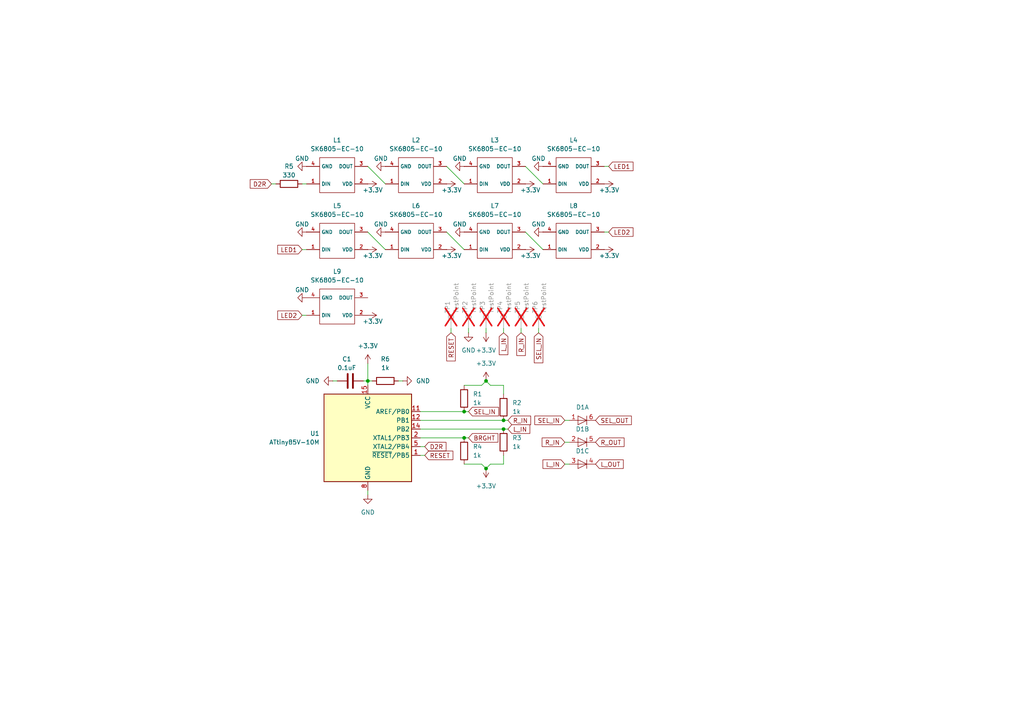
<source format=kicad_sch>
(kicad_sch (version 20231120) (generator "eeschema") (generator_version "8.0")
  (paper "A4")
  (lib_symbols
    (symbol "Connector:TestPoint" (pin_numbers hide) (pin_names (offset 0.762) hide)
      (property "Reference" "TP" (at 0 6.858 0))
      (property "Value" "TestPoint" (at 0 5.08 0))
      (symbol "TestPoint_0_1"
        (circle (center 0 3.302) (radius 0.762))
      )
      (symbol "TestPoint_1_1"
        (pin passive line (at 0 0 90) (length 2.54) (name "1") (number "1"))
      )
    )
    (symbol "Device:C" (pin_numbers hide) (pin_names (offset 0.254))
      (property "Reference" "C" (at 0.635 2.54 0))
      (property "Value" "C" (at 0.635 -2.54 0))
      (symbol "C_0_1"
        (polyline (pts (xy -2.032 -0.762) (xy 2.032 -0.762)) (stroke (width 0.508)))
        (polyline (pts (xy -2.032 0.762) (xy 2.032 0.762)) (stroke (width 0.508)))
      )
      (symbol "C_1_1"
        (pin passive line (at 0 3.81 270) (length 2.794) (name "~") (number "1"))
        (pin passive line (at 0 -3.81 90) (length 2.794) (name "~") (number "2"))
      )
    )
    (symbol "Device:R" (pin_numbers hide) (pin_names (offset 0))
      (property "Reference" "R" (at 2.032 0 90))
      (property "Value" "R" (at 0 0 90))
      (symbol "R_0_1"
        (rectangle (start -1.016 -2.54) (end 1.016 2.54) (stroke (width 0.254)))
      )
      (symbol "R_1_1"
        (pin passive line (at 0 3.81 270) (length 1.27) (name "~") (number "1"))
        (pin passive line (at 0 -3.81 90) (length 1.27) (name "~") (number "2"))
      )
    )
    (symbol "MCU_Microchip_ATtiny:ATtiny85V-10M"
      (property "Reference" "U" (at -12.7 13.97 0))
      (property "Value" "ATtiny85V-10M" (at 2.54 -13.97 0))
      (symbol "ATtiny85V-10M_0_1"
        (rectangle (start -12.7 -12.7) (end 12.7 12.7) (stroke (width 0.254)) (fill (type background)))
      )
      (symbol "ATtiny85V-10M_1_1"
        (pin bidirectional line (at 15.24 -5.08 180) (length 2.54) (name "~{RESET}/PB5") (number "1"))
        (pin no_connect line (at -12.7 -2.54 0) (length 2.54) hide (name "NC") (number "10"))
        (pin bidirectional line (at 15.24 7.62 180) (length 2.54) (name "AREF/PB0") (number "11"))
        (pin bidirectional line (at 15.24 5.08 180) (length 2.54) (name "PB1") (number "12"))
        (pin no_connect line (at -12.7 -5.08 0) (length 2.54) hide (name "NC") (number "13"))
        (pin bidirectional line (at 15.24 2.54 180) (length 2.54) (name "PB2") (number "14"))
        (pin power_in line (at 0 15.24 270) (length 2.54) (name "VCC") (number "15"))
        (pin no_connect line (at -12.7 -7.62 0) (length 2.54) hide (name "NC") (number "16"))
        (pin no_connect line (at -12.7 -10.16 0) (length 2.54) hide (name "NC") (number "17"))
        (pin no_connect line (at -7.62 -12.7 90) (length 2.54) hide (name "NC") (number "18"))
        (pin no_connect line (at -5.08 -12.7 90) (length 2.54) hide (name "NC") (number "19"))
        (pin bidirectional line (at 15.24 0 180) (length 2.54) (name "XTAL1/PB3") (number "2"))
        (pin no_connect line (at -2.54 -12.7 90) (length 2.54) hide (name "NC") (number "20"))
        (pin passive line (at 0 -15.24 90) (length 2.54) hide (name "GND") (number "21"))
        (pin no_connect line (at -12.7 10.16 0) (length 2.54) hide (name "NC") (number "3"))
        (pin no_connect line (at -12.7 7.62 0) (length 2.54) hide (name "NC") (number "4"))
        (pin bidirectional line (at 15.24 -2.54 180) (length 2.54) (name "XTAL2/PB4") (number "5"))
        (pin no_connect line (at -12.7 5.08 0) (length 2.54) hide (name "NC") (number "6"))
        (pin no_connect line (at -12.7 2.54 0) (length 2.54) hide (name "NC") (number "7"))
        (pin power_in line (at 0 -15.24 90) (length 2.54) (name "GND") (number "8"))
        (pin no_connect line (at -12.7 0 0) (length 2.54) hide (name "NC") (number "9"))
      )
    )
    (symbol "hhl:BAS16VY,115" (pin_names (offset 1.016) hide)
      (property "Reference" "D" (at 0 -2.54 0))
      (symbol "BAS16VY,115_0_1"
        (polyline (pts (xy -1.27 -1.27) (xy -1.27 1.27)))
        (polyline (pts (xy -1.27 0) (xy 1.27 0)))
        (polyline (pts (xy 1.27 -1.27) (xy 1.27 1.27)) (stroke (width 0.1524)))
        (polyline (pts (xy -1.27 -1.27) (xy 1.27 0) (xy -1.27 1.27)))
      )
      (symbol "BAS16VY,115_1_1"
        (pin passive line (at -3.81 0 0) (length 2.54) (name "A") (number "1"))
        (pin passive line (at 3.81 0 180) (length 2.54) (name "K") (number "6"))
      )
      (symbol "BAS16VY,115_2_1"
        (pin passive line (at -3.81 0 0) (length 2.54) (name "A") (number "2"))
        (pin passive line (at 3.81 0 180) (length 2.54) (name "K") (number "5"))
      )
      (symbol "BAS16VY,115_3_1"
        (pin passive line (at -3.81 0 0) (length 2.54) (name "A") (number "3"))
        (pin passive line (at 3.81 0 180) (length 2.54) (name "K") (number "4"))
      )
    )
    (symbol "hhl:SK6805-EC-10"
      (property "Reference" "L" (at 0 10.16 0))
      (property "Value" "SK6805-EC-10" (at 0 7.62 0))
      (symbol "SK6805-EC-10_0_0"
        (pin input line (at -8.89 -2.54 0) (length 3.81) (name "DIN") (number "1"))
        (pin power_in line (at 8.89 -2.54 180) (length 3.81) (name "VDD") (number "2"))
        (pin output line (at 8.89 2.54 180) (length 3.81) (name "DOUT") (number "3"))
        (pin power_in line (at -8.89 2.54 0) (length 3.81) (name "GND") (number "4"))
      )
      (symbol "SK6805-EC-10_0_1"
        (polyline (pts (xy -5.08 2.54) (xy -5.08 5.08) (xy 5.08 5.08) (xy 5.08 -5.08) (xy -5.08 -5.08) (xy -5.08 2.54)))
      )
    )
    (symbol "power:+3.3V" (power) (pin_numbers hide) (pin_names (offset 0) hide)
      (property "Value" "+3.3V" (at 0 3.556 0))
      (symbol "+3.3V_0_1"
        (polyline (pts (xy -0.762 1.27) (xy 0 2.54)))
        (polyline (pts (xy 0 0) (xy 0 2.54)))
        (polyline (pts (xy 0 2.54) (xy 0.762 1.27)))
      )
      (symbol "+3.3V_1_1"
        (pin power_in line (at 0 0 90) (length 0) (name "~") (number "1"))
      )
    )
    (symbol "power:GND" (power) (pin_numbers hide) (pin_names (offset 0) hide)
      (property "Value" "GND" (at 0 -3.81 0))
      (symbol "GND_0_1"
        (polyline (pts (xy 0 0) (xy 0 -1.27) (xy 1.27 -1.27) (xy 0 -2.54) (xy -1.27 -1.27) (xy 0 -1.27)))
      )
      (symbol "GND_1_1"
        (pin power_in line (at 0 0 270) (length 0) (name "~") (number "1"))
      )
    )
  )
  (junction (at 134.62 119.38))
  (junction (at 106.68 110.49))
  (junction (at 140.97 135.89))
  (junction (at 146.05 124.46))
  (junction (at 146.05 121.92))
  (junction (at 134.62 127))
  (junction (at 140.97 110.49))
  (wire (pts (xy 121.92 119.38) (xy 134.62 119.38)))
  (wire (pts (xy 106.68 48.26) (xy 111.76 53.34)))
  (wire (pts (xy 129.54 67.31) (xy 134.62 72.39)))
  (wire (pts (xy 134.62 111.76) (xy 139.7 111.76)))
  (wire (pts (xy 151.13 96.52) (xy 151.13 95.25)))
  (wire (pts (xy 147.32 121.92) (xy 146.05 121.92)))
  (wire (pts (xy 146.05 132.08) (xy 146.05 134.62)))
  (wire (pts (xy 107.95 110.49) (xy 106.68 110.49)))
  (wire (pts (xy 129.54 48.26) (xy 134.62 53.34)))
  (wire (pts (xy 123.19 132.08) (xy 121.92 132.08)))
  (wire (pts (xy 142.24 134.62) (xy 140.97 135.89)))
  (wire (pts (xy 163.83 128.27) (xy 165.1 128.27)))
  (wire (pts (xy 135.89 127) (xy 134.62 127)))
  (wire (pts (xy 130.81 96.52) (xy 130.81 95.25)))
  (wire (pts (xy 140.97 96.52) (xy 140.97 95.25)))
  (wire (pts (xy 139.7 111.76) (xy 140.97 110.49)))
  (wire (pts (xy 134.62 119.38) (xy 135.89 119.38)))
  (wire (pts (xy 96.52 110.49) (xy 97.79 110.49)))
  (wire (pts (xy 146.05 111.76) (xy 146.05 114.3)))
  (wire (pts (xy 121.92 124.46) (xy 146.05 124.46)))
  (wire (pts (xy 135.89 96.52) (xy 135.89 95.25)))
  (wire (pts (xy 106.68 105.41) (xy 106.68 110.49)))
  (wire (pts (xy 87.63 53.34) (xy 88.9 53.34)))
  (wire (pts (xy 106.68 110.49) (xy 106.68 111.76)))
  (wire (pts (xy 123.19 129.54) (xy 121.92 129.54)))
  (wire (pts (xy 146.05 96.52) (xy 146.05 95.25)))
  (wire (pts (xy 146.05 111.76) (xy 142.24 111.76)))
  (wire (pts (xy 87.63 72.39) (xy 88.9 72.39)))
  (wire (pts (xy 163.83 121.92) (xy 165.1 121.92)))
  (wire (pts (xy 152.4 48.26) (xy 157.48 53.34)))
  (wire (pts (xy 78.74 53.34) (xy 80.01 53.34)))
  (wire (pts (xy 105.41 110.49) (xy 106.68 110.49)))
  (wire (pts (xy 106.68 67.31) (xy 111.76 72.39)))
  (wire (pts (xy 134.62 127) (xy 121.92 127)))
  (wire (pts (xy 147.32 124.46) (xy 146.05 124.46)))
  (wire (pts (xy 176.53 48.26) (xy 175.26 48.26)))
  (wire (pts (xy 156.21 96.52) (xy 156.21 95.25)))
  (wire (pts (xy 152.4 67.31) (xy 157.48 72.39)))
  (wire (pts (xy 106.68 143.51) (xy 106.68 142.24)))
  (wire (pts (xy 176.53 67.31) (xy 175.26 67.31)))
  (wire (pts (xy 142.24 111.76) (xy 140.97 110.49)))
  (wire (pts (xy 139.7 134.62) (xy 140.97 135.89)))
  (wire (pts (xy 87.63 91.44) (xy 88.9 91.44)))
  (wire (pts (xy 121.92 121.92) (xy 146.05 121.92)))
  (wire (pts (xy 134.62 134.62) (xy 139.7 134.62)))
  (wire (pts (xy 146.05 134.62) (xy 142.24 134.62)))
  (wire (pts (xy 163.83 134.62) (xy 165.1 134.62)))
  (wire (pts (xy 116.84 110.49) (xy 115.57 110.49)))
  (global_label "L_IN" (shape input) (at 147.32 124.46 0) (property "Intersheetrefs" "${INTERSHEET_REFS}" (effects (hide yes))))
  (global_label "L_IN" (shape input) (at 163.83 134.62 180) (property "Intersheetrefs" "${INTERSHEET_REFS}" (effects (hide yes))))
  (global_label "RESET" (shape input) (at 130.81 96.52 270) (property "Intersheetrefs" "${INTERSHEET_REFS}" (effects (hide yes))))
  (global_label "R_IN" (shape input) (at 151.13 96.52 270) (property "Intersheetrefs" "${INTERSHEET_REFS}" (effects (hide yes))))
  (global_label "LED1" (shape input) (at 176.53 48.26 0) (property "Intersheetrefs" "${INTERSHEET_REFS}" (effects (hide yes))))
  (global_label "LED2" (shape input) (at 87.63 91.44 180) (property "Intersheetrefs" "${INTERSHEET_REFS}" (effects (hide yes))))
  (global_label "SEL_OUT" (shape input) (at 172.72 121.92 0) (property "Intersheetrefs" "${INTERSHEET_REFS}" (effects (hide yes))))
  (global_label "LED2" (shape input) (at 176.53 67.31 0) (property "Intersheetrefs" "${INTERSHEET_REFS}" (effects (hide yes))))
  (global_label "SEL_IN" (shape input) (at 156.21 96.52 270) (property "Intersheetrefs" "${INTERSHEET_REFS}" (effects (hide yes))))
  (global_label "L_OUT" (shape input) (at 172.72 134.62 0) (property "Intersheetrefs" "${INTERSHEET_REFS}" (effects (hide yes))))
  (global_label "RESET" (shape input) (at 123.19 132.08 0) (property "Intersheetrefs" "${INTERSHEET_REFS}" (effects (hide yes))))
  (global_label "D2R" (shape input) (at 78.74 53.34 180) (property "Intersheetrefs" "${INTERSHEET_REFS}" (effects (hide yes))))
  (global_label "L_IN" (shape input) (at 146.05 96.52 270) (property "Intersheetrefs" "${INTERSHEET_REFS}" (effects (hide yes))))
  (global_label "BRGHT" (shape input) (at 135.89 127 0) (property "Intersheetrefs" "${INTERSHEET_REFS}" (effects (hide yes))))
  (global_label "D2R" (shape input) (at 123.19 129.54 0) (property "Intersheetrefs" "${INTERSHEET_REFS}" (effects (hide yes))))
  (global_label "LED1" (shape input) (at 87.63 72.39 180) (property "Intersheetrefs" "${INTERSHEET_REFS}" (effects (hide yes))))
  (global_label "R_OUT" (shape input) (at 172.72 128.27 0) (property "Intersheetrefs" "${INTERSHEET_REFS}" (effects (hide yes))))
  (global_label "SEL_IN" (shape input) (at 163.83 121.92 180) (property "Intersheetrefs" "${INTERSHEET_REFS}" (effects (hide yes))))
  (global_label "SEL_IN" (shape input) (at 135.89 119.38 0) (property "Intersheetrefs" "${INTERSHEET_REFS}" (effects (hide yes))))
  (global_label "R_IN" (shape input) (at 163.83 128.27 180) (property "Intersheetrefs" "${INTERSHEET_REFS}" (effects (hide yes))))
  (global_label "R_IN" (shape input) (at 147.32 121.92 0) (property "Intersheetrefs" "${INTERSHEET_REFS}" (effects (hide yes))))
  (symbol (lib_id "MCU_Microchip_ATtiny:ATtiny85V-10M") (at 106.68 127 0) (unit 1)
    (property "Reference" "U1" (at 92.71 125.7299 0) (effects (justify right)))
    (property "Value" "ATtiny85V-10M" (at 92.71 128.2699 0) (effects (justify right)))
    (property "Footprint" "Package_DFN_QFN:QFN-20-1EP_4x4mm_P0.5mm_EP2.6x2.6mm" (effects (hide yes)))
    (property "Datasheet" "http://ww1.microchip.com/downloads/en/DeviceDoc/atmel-2586-avr-8-bit-microcontroller-attiny25-attiny45-attiny85_datasheet.pdf" (effects (hide yes)))
    (property "Description" "10MHz, 8kB Flash, 512B SRAM, 512B EEPROM, debugWIRE, QFN-20" (effects (hide yes)))
    (property "MPN" "ATtiny85V-10M" (effects (hide yes)))
  )
  (symbol (lib_id "hhl:SK6805-EC-10") (at 143.51 50.8 0) (unit 1)
    (property "Reference" "L3" (at 143.51 40.64 0))
    (property "Value" "SK6805-EC-10" (at 143.51 43.18 0))
    (property "Footprint" "hhl:SK6805-EC-10" (effects (hide yes)))
    (property "Datasheet" "https://cdn-shop.adafruit.com/product-files/5849/SK6805-EC10-000_REV.01_EN.pdf" (effects (hide yes)))
    (property "MPN" "SK6805-EC-10" (effects (hide yes)))
  )
  (symbol (lib_id "hhl:SK6805-EC-10") (at 166.37 50.8 0) (unit 1)
    (property "Reference" "L4" (at 166.37 40.64 0))
    (property "Value" "SK6805-EC-10" (at 166.37 43.18 0))
    (property "Footprint" "hhl:SK6805-EC-10" (effects (hide yes)))
    (property "Datasheet" "https://cdn-shop.adafruit.com/product-files/5849/SK6805-EC10-000_REV.01_EN.pdf" (effects (hide yes)))
    (property "MPN" "SK6805-EC-10" (effects (hide yes)))
  )
  (symbol (lib_id "power:+3.3V") (at 106.68 105.41 0) (unit 1)
    (property "Reference" "#PWR03" (effects (hide yes)))
    (property "Value" "+3.3V" (at 106.68 100.33 0))
    (property "Description" "Power symbol creates a global label with name \"+3.3V\"" (effects (hide yes)))
  )
  (symbol (lib_id "power:+3.3V") (at 140.97 110.49 0) (unit 1)
    (property "Reference" "#PWR06" (effects (hide yes)))
    (property "Value" "+3.3V" (at 140.97 105.41 0))
    (property "Description" "Power symbol creates a global label with name \"+3.3V\"" (effects (hide yes)))
  )
  (symbol (lib_id "hhl:SK6805-EC-10") (at 166.37 69.85 0) (unit 1)
    (property "Reference" "L8" (at 166.37 59.69 0))
    (property "Value" "SK6805-EC-10" (at 166.37 62.23 0))
    (property "Footprint" "hhl:SK6805-EC-10" (effects (hide yes)))
    (property "Datasheet" "https://cdn-shop.adafruit.com/product-files/5849/SK6805-EC10-000_REV.01_EN.pdf" (effects (hide yes)))
    (property "MPN" "SK6805-EC-10" (effects (hide yes)))
  )
  (symbol (lib_id "hhl:BAS16VY,115") (at 168.91 128.27 0) (unit 2)
    (property "Reference" "D1" (at 168.9481 124.46 0))
    (property "Value" "BAS16VY,115" (effects (hide yes)))
    (property "Footprint" "Package_TO_SOT_SMD:SOT-363_SC-70-6" (effects (hide yes)))
    (property "Description" "Fast switching diode array 3 independent" (effects (hide yes)))
    (property "Price" "0.0186" (effects (hide yes)))
    (property "MPN" "BAS16VY,115" (effects (hide yes)))
  )
  (symbol (lib_id "power:GND") (at 157.48 67.31 270) (unit 1)
    (property "Reference" "#PWR013" (effects (hide yes)))
    (property "Value" "GND" (at 158.242 65.024 90) (effects (justify right)))
    (property "Description" "Power symbol creates a global label with name \"GND\" , ground" (effects (hide yes)))
  )
  (symbol (lib_id "power:+3.3V") (at 140.97 96.52 180) (unit 1)
    (property "Reference" "#PWR02" (effects (hide yes)))
    (property "Value" "+3.3V" (at 140.97 101.6 0))
    (property "Description" "Power symbol creates a global label with name \"+3.3V\"" (effects (hide yes)))
  )
  (symbol (lib_id "power:+3.3V") (at 152.4 53.34 270) (unit 1)
    (property "Reference" "#PWR020" (effects (hide yes)))
    (property "Value" "+3.3V" (at 150.876 55.118 90) (effects (justify left)))
    (property "Description" "Power symbol creates a global label with name \"+3.3V\"" (effects (hide yes)))
  )
  (symbol (lib_id "power:+3.3V") (at 152.4 72.39 270) (unit 1)
    (property "Reference" "#PWR023" (effects (hide yes)))
    (property "Value" "+3.3V" (at 150.876 74.168 90) (effects (justify left)))
    (property "Description" "Power symbol creates a global label with name \"+3.3V\"" (effects (hide yes)))
  )
  (symbol (lib_id "power:+3.3V") (at 175.26 72.39 270) (unit 1)
    (property "Reference" "#PWR022" (effects (hide yes)))
    (property "Value" "+3.3V" (at 173.736 74.168 90) (effects (justify left)))
    (property "Description" "Power symbol creates a global label with name \"+3.3V\"" (effects (hide yes)))
  )
  (symbol (lib_id "power:GND") (at 96.52 110.49 270) (unit 1)
    (property "Reference" "#PWR05" (effects (hide yes)))
    (property "Value" "GND" (at 92.71 110.4899 90) (effects (justify right)))
    (property "Description" "Power symbol creates a global label with name \"GND\" , ground" (effects (hide yes)))
  )
  (symbol (lib_id "power:GND") (at 88.9 86.36 270) (unit 1)
    (property "Reference" "#PWR017" (effects (hide yes)))
    (property "Value" "GND" (at 89.662 84.074 90) (effects (justify right)))
    (property "Description" "Power symbol creates a global label with name \"GND\" , ground" (effects (hide yes)))
  )
  (symbol (lib_id "Connector:TestPoint") (at 156.21 95.25 0) (unit 1) (dnp yes)
    (property "Reference" "TP6" (at 155.194 90.932 90) (effects (justify left)))
    (property "Value" "TestPoint" (at 157.734 90.932 90) (effects (justify left)))
    (property "Footprint" "TestPoint:TestPoint_Pad_D1.0mm" (effects (hide yes)))
    (property "Description" "test point" (effects (hide yes)))
  )
  (symbol (lib_id "Device:R") (at 146.05 128.27 0) (unit 1)
    (property "Reference" "R3" (at 148.59 126.9999 0) (effects (justify left)))
    (property "Value" "1k" (at 148.59 129.5399 0) (effects (justify left)))
    (property "Footprint" "Resistor_SMD:R_0402_1005Metric" (effects (hide yes)))
    (property "Description" "Resistor" (effects (hide yes)))
    (property "MPN" "0402WGF1001TCE" (effects (hide yes)))
  )
  (symbol (lib_id "hhl:BAS16VY,115") (at 168.91 134.62 0) (unit 3)
    (property "Reference" "D1" (at 168.9481 130.81 0))
    (property "Value" "BAS16VY,115" (effects (hide yes)))
    (property "Footprint" "Package_TO_SOT_SMD:SOT-363_SC-70-6" (effects (hide yes)))
    (property "Description" "Fast switching diode array 3 independent" (effects (hide yes)))
    (property "Price" "0.0186" (effects (hide yes)))
    (property "MPN" "BAS16VY,115" (effects (hide yes)))
  )
  (symbol (lib_id "Device:R") (at 134.62 130.81 0) (unit 1)
    (property "Reference" "R4" (at 137.16 129.5399 0) (effects (justify left)))
    (property "Value" "1k" (at 137.16 132.0799 0) (effects (justify left)))
    (property "Footprint" "Resistor_SMD:R_0402_1005Metric" (effects (hide yes)))
    (property "Description" "Resistor" (effects (hide yes)))
    (property "MPN" "0402WGF1001TCE" (effects (hide yes)))
  )
  (symbol (lib_id "power:+3.3V") (at 106.68 72.39 270) (unit 1)
    (property "Reference" "#PWR025" (effects (hide yes)))
    (property "Value" "+3.3V" (at 105.156 74.168 90) (effects (justify left)))
    (property "Description" "Power symbol creates a global label with name \"+3.3V\"" (effects (hide yes)))
  )
  (symbol (lib_id "power:+3.3V") (at 106.68 53.34 270) (unit 1)
    (property "Reference" "#PWR018" (effects (hide yes)))
    (property "Value" "+3.3V" (at 105.156 55.118 90) (effects (justify left)))
    (property "Description" "Power symbol creates a global label with name \"+3.3V\"" (effects (hide yes)))
  )
  (symbol (lib_id "power:+3.3V") (at 175.26 53.34 270) (unit 1)
    (property "Reference" "#PWR021" (effects (hide yes)))
    (property "Value" "+3.3V" (at 173.736 55.118 90) (effects (justify left)))
    (property "Description" "Power symbol creates a global label with name \"+3.3V\"" (effects (hide yes)))
  )
  (symbol (lib_id "Device:R") (at 111.76 110.49 90) (unit 1)
    (property "Reference" "R6" (at 111.76 104.14 90))
    (property "Value" "1k" (at 111.76 106.68 90))
    (property "Footprint" "Resistor_SMD:R_0402_1005Metric" (effects (hide yes)))
    (property "Description" "Resistor" (effects (hide yes)))
    (property "MPN" "0402WGF1001TCE" (effects (hide yes)))
  )
  (symbol (lib_id "power:+3.3V") (at 140.97 135.89 180) (unit 1)
    (property "Reference" "#PWR07" (effects (hide yes)))
    (property "Value" "+3.3V" (at 140.97 140.97 0))
    (property "Description" "Power symbol creates a global label with name \"+3.3V\"" (effects (hide yes)))
  )
  (symbol (lib_id "Device:R") (at 83.82 53.34 90) (unit 1)
    (property "Reference" "R5" (at 83.82 48.26 90))
    (property "Value" "330" (at 83.82 50.8 90))
    (property "Footprint" "Resistor_SMD:R_0402_1005Metric" (effects (hide yes)))
    (property "Description" "Resistor" (effects (hide yes)))
    (property "MPN" "0402WGF3300TCE" (effects (hide yes)))
  )
  (symbol (lib_id "Device:R") (at 146.05 118.11 0) (unit 1)
    (property "Reference" "R2" (at 148.59 116.8399 0) (effects (justify left)))
    (property "Value" "1k" (at 148.59 119.3799 0) (effects (justify left)))
    (property "Footprint" "Resistor_SMD:R_0402_1005Metric" (effects (hide yes)))
    (property "Description" "Resistor" (effects (hide yes)))
    (property "MPN" "0402WGF1001TCE" (effects (hide yes)))
  )
  (symbol (lib_id "power:GND") (at 134.62 48.26 270) (unit 1)
    (property "Reference" "#PWR011" (effects (hide yes)))
    (property "Value" "GND" (at 135.382 45.974 90) (effects (justify right)))
    (property "Description" "Power symbol creates a global label with name \"GND\" , ground" (effects (hide yes)))
  )
  (symbol (lib_id "power:GND") (at 157.48 48.26 270) (unit 1)
    (property "Reference" "#PWR012" (effects (hide yes)))
    (property "Value" "GND" (at 158.242 45.974 90) (effects (justify right)))
    (property "Description" "Power symbol creates a global label with name \"GND\" , ground" (effects (hide yes)))
  )
  (symbol (lib_id "Connector:TestPoint") (at 146.05 95.25 0) (unit 1) (dnp yes)
    (property "Reference" "TP4" (at 145.034 90.932 90) (effects (justify left)))
    (property "Value" "TestPoint" (at 147.574 90.932 90) (effects (justify left)))
    (property "Footprint" "TestPoint:TestPoint_Pad_D1.0mm" (effects (hide yes)))
    (property "Description" "test point" (effects (hide yes)))
  )
  (symbol (lib_id "hhl:BAS16VY,115") (at 168.91 121.92 0) (unit 1)
    (property "Reference" "D1" (at 168.9481 118.11 0))
    (property "Value" "BAS16VY,115" (effects (hide yes)))
    (property "Footprint" "Package_TO_SOT_SMD:SOT-363_SC-70-6" (effects (hide yes)))
    (property "Description" "Fast switching diode array 3 independent" (effects (hide yes)))
    (property "Price" "0.0186" (effects (hide yes)))
    (property "MPN" "BAS16VY,115" (effects (hide yes)))
  )
  (symbol (lib_id "hhl:SK6805-EC-10") (at 143.51 69.85 0) (unit 1)
    (property "Reference" "L7" (at 143.51 59.69 0))
    (property "Value" "SK6805-EC-10" (at 143.51 62.23 0))
    (property "Footprint" "hhl:SK6805-EC-10" (effects (hide yes)))
    (property "Datasheet" "https://cdn-shop.adafruit.com/product-files/5849/SK6805-EC10-000_REV.01_EN.pdf" (effects (hide yes)))
    (property "MPN" "SK6805-EC-10" (effects (hide yes)))
  )
  (symbol (lib_id "hhl:SK6805-EC-10") (at 120.65 69.85 0) (unit 1)
    (property "Reference" "L6" (at 120.65 59.69 0))
    (property "Value" "SK6805-EC-10" (at 120.65 62.23 0))
    (property "Footprint" "hhl:SK6805-EC-10" (effects (hide yes)))
    (property "Datasheet" "https://cdn-shop.adafruit.com/product-files/5849/SK6805-EC10-000_REV.01_EN.pdf" (effects (hide yes)))
    (property "MPN" "SK6805-EC-10" (effects (hide yes)))
  )
  (symbol (lib_id "Connector:TestPoint") (at 151.13 95.25 0) (unit 1) (dnp yes)
    (property "Reference" "TP5" (at 150.114 90.932 90) (effects (justify left)))
    (property "Value" "TestPoint" (at 152.654 90.932 90) (effects (justify left)))
    (property "Footprint" "TestPoint:TestPoint_Pad_D1.0mm" (effects (hide yes)))
    (property "Description" "test point" (effects (hide yes)))
  )
  (symbol (lib_id "hhl:SK6805-EC-10") (at 97.79 50.8 0) (unit 1)
    (property "Reference" "L1" (at 97.79 40.64 0))
    (property "Value" "SK6805-EC-10" (at 97.79 43.18 0))
    (property "Footprint" "hhl:SK6805-EC-10" (effects (hide yes)))
    (property "Datasheet" "https://cdn-shop.adafruit.com/product-files/5849/SK6805-EC10-000_REV.01_EN.pdf" (effects (hide yes)))
    (property "MPN" "SK6805-EC-10" (effects (hide yes)))
  )
  (symbol (lib_id "power:GND") (at 111.76 48.26 270) (unit 1)
    (property "Reference" "#PWR010" (effects (hide yes)))
    (property "Value" "GND" (at 112.522 45.974 90) (effects (justify right)))
    (property "Description" "Power symbol creates a global label with name \"GND\" , ground" (effects (hide yes)))
  )
  (symbol (lib_id "hhl:SK6805-EC-10") (at 97.79 69.85 0) (unit 1)
    (property "Reference" "L5" (at 97.79 59.69 0))
    (property "Value" "SK6805-EC-10" (at 97.79 62.23 0))
    (property "Footprint" "hhl:SK6805-EC-10" (effects (hide yes)))
    (property "Datasheet" "https://cdn-shop.adafruit.com/product-files/5849/SK6805-EC10-000_REV.01_EN.pdf" (effects (hide yes)))
    (property "MPN" "SK6805-EC-10" (effects (hide yes)))
  )
  (symbol (lib_id "power:GND") (at 116.84 110.49 90) (unit 1)
    (property "Reference" "#PWR08" (effects (hide yes)))
    (property "Value" "GND" (at 120.65 110.4899 90) (effects (justify right)))
    (property "Description" "Power symbol creates a global label with name \"GND\" , ground" (effects (hide yes)))
  )
  (symbol (lib_id "Connector:TestPoint") (at 140.97 95.25 0) (unit 1) (dnp yes)
    (property "Reference" "TP3" (at 139.954 90.932 90) (effects (justify left)))
    (property "Value" "TestPoint" (at 142.494 90.932 90) (effects (justify left)))
    (property "Footprint" "TestPoint:TestPoint_Pad_D1.0mm" (effects (hide yes)))
    (property "Description" "test point" (effects (hide yes)))
  )
  (symbol (lib_id "Device:C") (at 101.6 110.49 90) (unit 1)
    (property "Reference" "C1" (at 100.584 104.14 90))
    (property "Value" "0.1uF" (at 100.584 106.68 90))
    (property "Footprint" "Capacitor_SMD:C_0805_2012Metric" (effects (hide yes)))
    (property "Description" "Unpolarized capacitor" (effects (hide yes)))
    (property "MPN" "C0805B104K500NT" (effects (hide yes)))
  )
  (symbol (lib_id "power:+3.3V") (at 106.68 91.44 270) (unit 1)
    (property "Reference" "#PWR026" (effects (hide yes)))
    (property "Value" "+3.3V" (at 105.156 93.218 90) (effects (justify left)))
    (property "Description" "Power symbol creates a global label with name \"+3.3V\"" (effects (hide yes)))
  )
  (symbol (lib_id "power:GND") (at 88.9 48.26 270) (unit 1)
    (property "Reference" "#PWR09" (effects (hide yes)))
    (property "Value" "GND" (at 89.662 45.974 90) (effects (justify right)))
    (property "Description" "Power symbol creates a global label with name \"GND\" , ground" (effects (hide yes)))
  )
  (symbol (lib_id "power:GND") (at 111.76 67.31 270) (unit 1)
    (property "Reference" "#PWR015" (effects (hide yes)))
    (property "Value" "GND" (at 112.522 65.024 90) (effects (justify right)))
    (property "Description" "Power symbol creates a global label with name \"GND\" , ground" (effects (hide yes)))
  )
  (symbol (lib_id "hhl:SK6805-EC-10") (at 97.79 88.9 0) (unit 1)
    (property "Reference" "L9" (at 97.79 78.74 0))
    (property "Value" "SK6805-EC-10" (at 97.79 81.28 0))
    (property "Footprint" "hhl:SK6805-EC-10" (effects (hide yes)))
    (property "Datasheet" "https://cdn-shop.adafruit.com/product-files/5849/SK6805-EC10-000_REV.01_EN.pdf" (effects (hide yes)))
    (property "MPN" "SK6805-EC-10" (effects (hide yes)))
  )
  (symbol (lib_id "power:GND") (at 135.89 96.52 0) (unit 1)
    (property "Reference" "#PWR01" (effects (hide yes)))
    (property "Value" "GND" (at 135.89 101.6 0))
    (property "Description" "Power symbol creates a global label with name \"GND\" , ground" (effects (hide yes)))
  )
  (symbol (lib_id "Connector:TestPoint") (at 135.89 95.25 0) (unit 1) (dnp yes)
    (property "Reference" "TP2" (at 134.874 90.932 90) (effects (justify left)))
    (property "Value" "TestPoint" (at 137.414 90.932 90) (effects (justify left)))
    (property "Footprint" "TestPoint:TestPoint_Pad_D1.0mm" (effects (hide yes)))
    (property "Description" "test point" (effects (hide yes)))
  )
  (symbol (lib_id "power:GND") (at 88.9 67.31 270) (unit 1)
    (property "Reference" "#PWR016" (effects (hide yes)))
    (property "Value" "GND" (at 89.662 65.024 90) (effects (justify right)))
    (property "Description" "Power symbol creates a global label with name \"GND\" , ground" (effects (hide yes)))
  )
  (symbol (lib_id "Device:R") (at 134.62 115.57 0) (unit 1)
    (property "Reference" "R1" (at 137.16 114.2999 0) (effects (justify left)))
    (property "Value" "1k" (at 137.16 116.8399 0) (effects (justify left)))
    (property "Footprint" "Resistor_SMD:R_0402_1005Metric" (effects (hide yes)))
    (property "Description" "Resistor" (effects (hide yes)))
    (property "MPN" "0402WGF1001TCE" (effects (hide yes)))
  )
  (symbol (lib_id "power:+3.3V") (at 129.54 72.39 270) (unit 1)
    (property "Reference" "#PWR024" (effects (hide yes)))
    (property "Value" "+3.3V" (at 128.016 74.168 90) (effects (justify left)))
    (property "Description" "Power symbol creates a global label with name \"+3.3V\"" (effects (hide yes)))
  )
  (symbol (lib_id "power:GND") (at 106.68 143.51 0) (unit 1)
    (property "Reference" "#PWR04" (effects (hide yes)))
    (property "Value" "GND" (at 106.68 148.59 0))
    (property "Description" "Power symbol creates a global label with name \"GND\" , ground" (effects (hide yes)))
  )
  (symbol (lib_id "power:GND") (at 134.62 67.31 270) (unit 1)
    (property "Reference" "#PWR014" (effects (hide yes)))
    (property "Value" "GND" (at 135.382 65.024 90) (effects (justify right)))
    (property "Description" "Power symbol creates a global label with name \"GND\" , ground" (effects (hide yes)))
  )
  (symbol (lib_id "Connector:TestPoint") (at 130.81 95.25 0) (unit 1) (dnp yes)
    (property "Reference" "TP1" (at 129.794 90.932 90) (effects (justify left)))
    (property "Value" "TestPoint" (at 132.334 90.932 90) (effects (justify left)))
    (property "Footprint" "TestPoint:TestPoint_Pad_D1.0mm" (effects (hide yes)))
    (property "Description" "test point" (effects (hide yes)))
  )
  (symbol (lib_id "power:+3.3V") (at 129.54 53.34 270) (unit 1)
    (property "Reference" "#PWR019" (effects (hide yes)))
    (property "Value" "+3.3V" (at 128.016 55.118 90) (effects (justify left)))
    (property "Description" "Power symbol creates a global label with name \"+3.3V\"" (effects (hide yes)))
  )
  (symbol (lib_id "hhl:SK6805-EC-10") (at 120.65 50.8 0) (unit 1)
    (property "Reference" "L2" (at 120.65 40.64 0))
    (property "Value" "SK6805-EC-10" (at 120.65 43.18 0))
    (property "Footprint" "hhl:SK6805-EC-10" (effects (hide yes)))
    (property "Datasheet" "https://cdn-shop.adafruit.com/product-files/5849/SK6805-EC10-000_REV.01_EN.pdf" (effects (hide yes)))
    (property "MPN" "SK6805-EC-10" (effects (hide yes)))
  )
)
</source>
